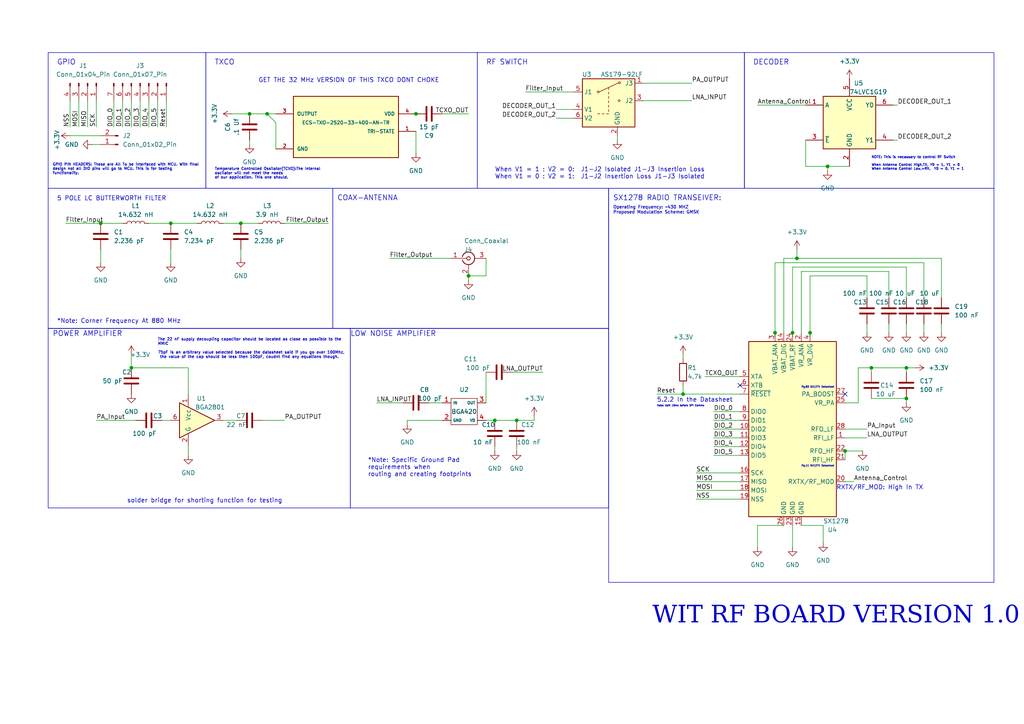
<source format=kicad_sch>
(kicad_sch (version 20230121) (generator eeschema)
  (paper "A4")
  (lib_symbols
    (symbol "74xGxx:74LVC1G19"
      (property "Reference" "U5" (at 1.27 11.43 0))
      (property "Value" "74LVC1G19" (at 0 8.89 0))
      (symbol "74LVC1G19_0_1"
        (rectangle (start -7.62 7.62) (end 7.62 -7.62) (stroke (width 0.254)) (fill (type background)))
      )
      (symbol "74LVC1G19_1_1"
        (pin input line (at -12.7 5.08 0) (length 5.08) (name "A") (number "1"))
        (pin input line (at 0 -12.7 90) (length 5.08) (name "GND") (number "2"))
        (pin input line (at -12.7 -5.08 0) (length 5.08) (name "~{E}") (number "3"))
        (pin output line (at 12.7 -5.08 180) (length 5.08) (name "Y1") (number "4"))
        (pin power_in line (at 0 12.7 270) (length 5.08) (name "VCC") (number "5"))
        (pin output line (at 12.7 5.08 180) (length 5.08) (name "Y0") (number "6"))
      )
    )
    (symbol "Connector:Conn_01x02_Pin" (pin_names (offset 1.016) hide)
      (property "Reference" "J" (at 0 2.54 0))
      (property "Value" "Conn_01x02_Pin" (at 0 -5.08 0))
      (symbol "Conn_01x02_Pin_1_1"
        (polyline (pts (xy 1.27 -2.54) (xy 0.8636 -2.54)) (stroke (width 0.1524)))
        (polyline (pts (xy 1.27 0) (xy 0.8636 0)) (stroke (width 0.1524)))
        (rectangle (start 0.8636 -2.413) (end 0 -2.667) (stroke (width 0.1524)) (fill (type outline)))
        (rectangle (start 0.8636 0.127) (end 0 -0.127) (stroke (width 0.1524)) (fill (type outline)))
        (pin passive line (at 5.08 0 180) (length 3.81) (name "Pin_1") (number "1"))
        (pin passive line (at 5.08 -2.54 180) (length 3.81) (name "Pin_2") (number "2"))
      )
    )
    (symbol "Connector:Conn_01x04_Pin" (pin_names (offset 1.016) hide)
      (property "Reference" "J" (at 0 5.08 0))
      (property "Value" "Conn_01x04_Pin" (at 0 -7.62 0))
      (symbol "Conn_01x04_Pin_1_1"
        (polyline (pts (xy 1.27 -5.08) (xy 0.8636 -5.08)) (stroke (width 0.1524)))
        (polyline (pts (xy 1.27 -2.54) (xy 0.8636 -2.54)) (stroke (width 0.1524)))
        (polyline (pts (xy 1.27 0) (xy 0.8636 0)) (stroke (width 0.1524)))
        (polyline (pts (xy 1.27 2.54) (xy 0.8636 2.54)) (stroke (width 0.1524)))
        (rectangle (start 0.8636 -4.953) (end 0 -5.207) (stroke (width 0.1524)) (fill (type outline)))
        (rectangle (start 0.8636 -2.413) (end 0 -2.667) (stroke (width 0.1524)) (fill (type outline)))
        (rectangle (start 0.8636 0.127) (end 0 -0.127) (stroke (width 0.1524)) (fill (type outline)))
        (rectangle (start 0.8636 2.667) (end 0 2.413) (stroke (width 0.1524)) (fill (type outline)))
        (pin passive line (at 5.08 2.54 180) (length 3.81) (name "Pin_1") (number "1"))
        (pin passive line (at 5.08 0 180) (length 3.81) (name "Pin_2") (number "2"))
        (pin passive line (at 5.08 -2.54 180) (length 3.81) (name "Pin_3") (number "3"))
        (pin passive line (at 5.08 -5.08 180) (length 3.81) (name "Pin_4") (number "4"))
      )
    )
    (symbol "Connector:Conn_01x07_Pin" (pin_names (offset 1.016) hide)
      (property "Reference" "J" (at 0 10.16 0))
      (property "Value" "Conn_01x07_Pin" (at 0 -10.16 0))
      (symbol "Conn_01x07_Pin_1_1"
        (polyline (pts (xy 1.27 -7.62) (xy 0.8636 -7.62)) (stroke (width 0.1524)))
        (polyline (pts (xy 1.27 -5.08) (xy 0.8636 -5.08)) (stroke (width 0.1524)))
        (polyline (pts (xy 1.27 -2.54) (xy 0.8636 -2.54)) (stroke (width 0.1524)))
        (polyline (pts (xy 1.27 0) (xy 0.8636 0)) (stroke (width 0.1524)))
        (polyline (pts (xy 1.27 2.54) (xy 0.8636 2.54)) (stroke (width 0.1524)))
        (polyline (pts (xy 1.27 5.08) (xy 0.8636 5.08)) (stroke (width 0.1524)))
        (polyline (pts (xy 1.27 7.62) (xy 0.8636 7.62)) (stroke (width 0.1524)))
        (rectangle (start 0.8636 -7.493) (end 0 -7.747) (stroke (width 0.1524)) (fill (type outline)))
        (rectangle (start 0.8636 -4.953) (end 0 -5.207) (stroke (width 0.1524)) (fill (type outline)))
        (rectangle (start 0.8636 -2.413) (end 0 -2.667) (stroke (width 0.1524)) (fill (type outline)))
        (rectangle (start 0.8636 0.127) (end 0 -0.127) (stroke (width 0.1524)) (fill (type outline)))
        (rectangle (start 0.8636 2.667) (end 0 2.413) (stroke (width 0.1524)) (fill (type outline)))
        (rectangle (start 0.8636 5.207) (end 0 4.953) (stroke (width 0.1524)) (fill (type outline)))
        (rectangle (start 0.8636 7.747) (end 0 7.493) (stroke (width 0.1524)) (fill (type outline)))
        (pin passive line (at 5.08 7.62 180) (length 3.81) (name "Pin_1") (number "1"))
        (pin passive line (at 5.08 5.08 180) (length 3.81) (name "Pin_2") (number "2"))
        (pin passive line (at 5.08 2.54 180) (length 3.81) (name "Pin_3") (number "3"))
        (pin passive line (at 5.08 0 180) (length 3.81) (name "Pin_4") (number "4"))
        (pin passive line (at 5.08 -2.54 180) (length 3.81) (name "Pin_5") (number "5"))
        (pin passive line (at 5.08 -5.08 180) (length 3.81) (name "Pin_6") (number "6"))
        (pin passive line (at 5.08 -7.62 180) (length 3.81) (name "Pin_7") (number "7"))
      )
    )
    (symbol "Connector:Conn_Coaxial" (pin_names (offset 1.016) hide)
      (property "Reference" "J5" (at 1.27 -2.54 0))
      (property "Value" "Conn_Coaxial" (at 1.27 -3.81 0))
      (symbol "Conn_Coaxial_0_1"
        (arc (start -1.778 -0.508) (mid 0.2311 -1.8066) (end 1.778 0) (stroke (width 0.254)))
        (polyline (pts (xy -2.54 0) (xy -0.508 0)))
        (polyline (pts (xy 0 -2.54) (xy 0 -1.778)))
        (polyline (pts (xy 2.54 0) (xy 1.778 0)))
        (circle (center 0 0) (radius 0.508) (stroke (width 0.2032)))
        (arc (start 1.778 0) (mid 0.2099 1.8101) (end -1.778 0.508) (stroke (width 0.254)))
      )
      (symbol "Conn_Coaxial_1_1"
        (pin passive line (at -5.08 0 0) (length 2.54) (name "In") (number "1"))
        (pin passive line (at 0 -5.08 90) (length 2.54) (name "Ext") (number "2"))
        (pin passive line (at 5.08 0 180) (length 2.54) (name "Ext") (number "3"))
      )
    )
    (symbol "Device:C" (pin_numbers hide) (pin_names (offset 0.254))
      (property "Reference" "C" (at 0.635 2.54 0))
      (property "Value" "C" (at 0.635 -2.54 0))
      (symbol "C_0_1"
        (polyline (pts (xy -2.032 -0.762) (xy 2.032 -0.762)) (stroke (width 0.508)))
        (polyline (pts (xy -2.032 0.762) (xy 2.032 0.762)) (stroke (width 0.508)))
      )
      (symbol "C_1_1"
        (pin passive line (at 0 3.81 270) (length 2.794) (name "~") (number "1"))
        (pin passive line (at 0 -3.81 90) (length 2.794) (name "~") (number "2"))
      )
    )
    (symbol "Device:L" (pin_numbers hide) (pin_names (offset 1.016) hide)
      (property "Reference" "L" (at -1.27 0 90))
      (property "Value" "L" (at 1.905 0 90))
      (symbol "L_0_1"
        (arc (start 0 -2.54) (mid 0.6323 -1.905) (end 0 -1.27))
        (arc (start 0 -1.27) (mid 0.6323 -0.635) (end 0 0))
        (arc (start 0 0) (mid 0.6323 0.635) (end 0 1.27))
        (arc (start 0 1.27) (mid 0.6323 1.905) (end 0 2.54))
      )
      (symbol "L_1_1"
        (pin passive line (at 0 3.81 270) (length 1.27) (name "1") (number "1"))
        (pin passive line (at 0 -3.81 90) (length 1.27) (name "2") (number "2"))
      )
    )
    (symbol "Device:R" (pin_numbers hide) (pin_names (offset 0))
      (property "Reference" "R" (at 2.032 0 90))
      (property "Value" "R" (at 0 0 90))
      (symbol "R_0_1"
        (rectangle (start -1.016 -2.54) (end 1.016 2.54) (stroke (width 0.254)))
      )
      (symbol "R_1_1"
        (pin passive line (at 0 3.81 270) (length 1.27) (name "~") (number "1"))
        (pin passive line (at 0 -3.81 90) (length 1.27) (name "~") (number "2"))
      )
    )
    (symbol "GND_1" (power) (pin_names (offset 0))
      (property "Value" "GND_1" (at 0 -5.08 0))
      (symbol "GND_1_0_1"
        (polyline (pts (xy 0 0) (xy 0 -1.27) (xy 1.27 -1.27) (xy 0 -2.54) (xy -1.27 -1.27) (xy 0 -1.27)))
      )
      (symbol "GND_1_1_1"
        (pin power_in line (at 0 0 270) (length 0) hide (name "GND") (number "1"))
      )
    )
    (symbol "Pico_Comm_Board:BGA420H6"
      (property "Reference" "U2" (at 0 6.35 0))
      (property "Value" "~" (at 0 0 0))
      (symbol "BGA420H6_0_1"
        (rectangle (start -3.81 3.81) (end 3.81 -3.81))
      )
      (symbol "BGA420H6_1_1"
        (text "BGA420\n" (at 0 0 0) (effects (font (size 1.27 1.27))))
        (pin input line (at -6.35 2.54 0) (length 2.54) (name "IN") (number "1"))
        (pin input line (at -6.35 -2.54 0) (length 2.54) (name "GND") (number "2"))
        (pin output line (at 6.35 2.54 180) (length 2.54) (name "OUT") (number "3"))
        (pin input line (at 6.35 -2.54 180) (length 2.54) (name "VD") (number "4"))
      )
    )
    (symbol "RF:SX1278"
      (property "Reference" "U4" (at 10.16 -29.21 0))
      (property "Value" "SX1278" (at 8.89 -26.67 0))
      (symbol "SX1278_0_1"
        (rectangle (start -12.7 25.4) (end 12.7 -25.4) (stroke (width 0.254)) (fill (type background)))
      )
      (symbol "SX1278_1_1"
        (pin input line (at 15.24 -2.54 180) (length 2.54) (name "RFI_LF") (number "1"))
        (pin bidirectional line (at -15.24 0 0) (length 2.54) (name "DIO2") (number "10"))
        (pin bidirectional line (at -15.24 -2.54 0) (length 2.54) (name "DIO3") (number "11"))
        (pin bidirectional line (at -15.24 -5.08 0) (length 2.54) (name "DIO4") (number "12"))
        (pin bidirectional line (at -15.24 -7.62 0) (length 2.54) (name "DIO5") (number "13"))
        (pin input line (at -2.54 27.94 270) (length 2.54) (name "VBAT_DIG") (number "14"))
        (pin input line (at 2.54 -27.94 90) (length 2.54) (name "GND") (number "15"))
        (pin input line (at -15.24 -12.7 0) (length 2.54) (name "SCK") (number "16"))
        (pin output line (at -15.24 -15.24 0) (length 2.54) (name "MISO") (number "17"))
        (pin input line (at -15.24 -17.78 0) (length 2.54) (name "MOSI") (number "18"))
        (pin input line (at -15.24 -20.32 0) (length 2.54) (name "NSS") (number "19"))
        (pin input line (at 2.54 27.94 270) (length 2.54) (name "VR_ANA") (number "2"))
        (pin output line (at 15.24 -15.24 180) (length 2.54) (name "RXTX/RF_MOD") (number "20"))
        (pin passive line (at 2.54 -27.94 90) (length 2.54) hide (name "GND") (number "21"))
        (pin input line (at 15.24 -8.89 180) (length 2.54) (name "RFI_HF") (number "21"))
        (pin passive line (at 2.54 -27.94 90) (length 2.54) hide (name "GND") (number "22"))
        (pin input line (at 15.24 -6.35 180) (length 2.54) (name "RFO_HF") (number "22"))
        (pin input line (at 0 -27.94 90) (length 2.54) (name "GND") (number "23"))
        (pin passive line (at 2.54 -27.94 90) (length 2.54) hide (name "GND") (number "23"))
        (pin input line (at 0 27.94 270) (length 2.54) (name "VBAT_RF") (number "24"))
        (pin power_out line (at 15.24 7.62 180) (length 2.54) (name "VR_PA") (number "25"))
        (pin input line (at -2.54 -27.94 90) (length 2.54) (name "GND") (number "26"))
        (pin passive line (at 2.54 -27.94 90) (length 2.54) hide (name "GND") (number "26"))
        (pin power_out line (at 15.24 10.16 180) (length 2.54) (name "PA_BOOST") (number "27"))
        (pin output line (at 15.24 0 180) (length 2.54) (name "RFO_LF") (number "28"))
        (pin passive line (at 2.54 -27.94 90) (length 2.54) hide (name "GND") (number "29"))
        (pin input line (at -5.08 27.94 270) (length 2.54) (name "VBAT_ANA") (number "3"))
        (pin input line (at 5.08 27.94 270) (length 2.54) (name "VR_DIG") (number "4"))
        (pin bidirectional line (at -15.24 15.24 0) (length 2.54) (name "XTA") (number "5"))
        (pin bidirectional line (at -15.24 12.7 0) (length 2.54) (name "XTB") (number "6"))
        (pin input line (at -15.24 10.16 0) (length 2.54) (name "~{RESET}") (number "7"))
        (pin bidirectional line (at -15.24 5.08 0) (length 2.54) (name "DIO0") (number "8"))
        (pin bidirectional line (at -15.24 2.54 0) (length 2.54) (name "DIO1") (number "9"))
      )
    )
    (symbol "RF_Amplifier:BGA2801"
      (property "Reference" "U" (at 2.54 6.35 0))
      (property "Value" "BGA2801" (at 3.81 3.81 0))
      (symbol "BGA2801_0_1"
        (polyline (pts (xy 5.08 0) (xy -5.08 5.08) (xy -5.08 -5.08) (xy 5.08 0)) (stroke (width 0.254)) (fill (type background)))
      )
      (symbol "BGA2801_1_1"
        (pin power_in line (at -2.54 7.62 270) (length 3.81) (name "Vcc") (number "1"))
        (pin power_in line (at -2.54 -7.62 90) (length 3.81) (name "G") (number "2"))
        (pin output line (at 7.62 0 180) (length 2.54) (name "~") (number "3"))
        (pin passive line (at -2.54 -7.62 90) (length 3.81) hide (name "G") (number "4"))
        (pin passive line (at -2.54 -7.62 90) (length 3.81) hide (name "G") (number "5"))
        (pin input line (at -7.62 0 0) (length 2.54) (name "~") (number "6"))
      )
    )
    (symbol "RF_Switch:AS179-92LF"
      (property "Reference" "U3" (at 0 11.43 0))
      (property "Value" "AS179-92LF" (at 0 8.89 0))
      (symbol "AS179-92LF_1_1"
        (circle (center -3.048 2.54) (radius 0.2794))
        (polyline (pts (xy -3.175 -3.81) (xy -2.54 -3.81)))
        (polyline (pts (xy -2.794 2.54) (xy 2.921 5.207)))
        (polyline (pts (xy -1.905 -3.81) (xy -1.27 -3.81)))
        (polyline (pts (xy -0.635 -3.81) (xy 0 -3.81)))
        (polyline (pts (xy 0 -3.175) (xy 0 -2.54)))
        (polyline (pts (xy 0 -1.905) (xy 0 -1.27)))
        (polyline (pts (xy 0 -0.635) (xy 0 0)))
        (polyline (pts (xy 0 0.635) (xy 0 1.27)))
        (polyline (pts (xy 0 1.905) (xy 0 2.54)))
        (polyline (pts (xy 0 3.175) (xy 0 3.81)))
        (circle (center 3.048 0) (radius 0.2794))
        (circle (center 3.175 5.207) (radius 0.2794))
        (rectangle (start 7.62 -7.62) (end -7.62 6.35) (stroke (width 0.254)) (fill (type background)))
        (pin passive line (at 10.16 5.08 180) (length 2.54) (name "J3") (number "1"))
        (pin input line (at 2.54 -10.16 90) (length 2.54) (name "GND") (number "2"))
        (pin passive line (at 10.16 0 180) (length 2.54) (name "J2") (number "3"))
        (pin input line (at -10.16 -2.54 0) (length 2.54) (name "V1") (number "4"))
        (pin passive line (at -10.16 2.54 0) (length 2.54) (name "J1") (number "5"))
        (pin input line (at -10.16 -5.08 0) (length 2.54) (name "V2") (number "6"))
      )
    )
    (symbol "TXCO #2:ECS-TXO-2520-33-400-AN-TR" (pin_names (offset 1.016))
      (property "Reference" "Y" (at -15.7743 7.8872 0))
      (property "Value" "ECS-TXO-2520-33-400-AN-TR" (at -15.7951 -12.2286 0))
      (symbol "ECS-TXO-2520-33-400-AN-TR_0_0"
        (rectangle (start -15.24 -10.16) (end 15.24 7.62) (stroke (width 0.254)) (fill (type background)))
        (pin input line (at -20.32 -2.54 0) (length 5.08) (name "TRI-STATE") (number "1"))
        (pin power_in line (at 20.32 -7.62 180) (length 5.08) (name "GND") (number "2"))
        (pin output line (at 20.32 2.54 180) (length 5.08) (name "OUTPUT") (number "3"))
        (pin input line (at -20.32 2.54 0) (length 5.08) (name "VDD") (number "4"))
      )
    )
    (symbol "power:+3.3V" (power) (pin_names (offset 0))
      (property "Value" "+3.3V" (at 0 3.556 0))
      (symbol "+3.3V_0_1"
        (polyline (pts (xy -0.762 1.27) (xy 0 2.54)))
        (polyline (pts (xy 0 0) (xy 0 2.54)))
        (polyline (pts (xy 0 2.54) (xy 0.762 1.27)))
      )
      (symbol "+3.3V_1_1"
        (pin power_in line (at 0 0 90) (length 0) hide (name "+3.3V") (number "1"))
      )
    )
    (symbol "power:GND" (power) (pin_names (offset 0))
      (property "Value" "GND" (at 0 -3.81 0))
      (symbol "GND_0_1"
        (polyline (pts (xy 0 0) (xy 0 -1.27) (xy 1.27 -1.27) (xy 0 -2.54) (xy -1.27 -1.27) (xy 0 -1.27)))
      )
      (symbol "GND_1_1"
        (pin power_in line (at 0 0 270) (length 0) hide (name "GND") (number "1"))
      )
    )
  )
  (junction (at 120.65 33.02))
  (junction (at 149.86 121.92))
  (junction (at 69.85 64.77))
  (junction (at 231.14 74.93))
  (junction (at 135.89 80.01))
  (junction (at 72.39 33.02))
  (junction (at 49.53 64.77))
  (junction (at 245.11 130.81))
  (junction (at 252.73 106.68))
  (junction (at 143.51 121.92))
  (junction (at 240.03 48.26))
  (junction (at 224.79 96.52))
  (junction (at 198.12 114.3))
  (junction (at 234.95 96.52))
  (junction (at 262.89 115.57))
  (junction (at 229.87 96.52))
  (junction (at 77.47 33.02))
  (junction (at 38.1 106.68))
  (junction (at 262.89 106.68))
  (junction (at 29.21 64.77))
  (no_connect (at 214.63 111.76))
  (no_connect (at 245.11 114.3))
  (wire (pts (xy 245.11 130.81) (xy 250.19 130.81)))
  (wire (pts (xy 143.51 129.54) (xy 143.51 130.81)))
  (wire (pts (xy 233.68 48.26) (xy 240.03 48.26)))
  (wire (pts (xy 69.85 72.39) (xy 69.85 74.93)))
  (wire (pts (xy 80.01 35.56) (xy 80.01 43.18)))
  (wire (pts (xy 219.71 30.48) (xy 233.68 30.48)))
  (wire (pts (xy 33.02 29.21) (xy 33.02 36.83)))
  (wire (pts (xy 227.33 74.93) (xy 231.14 74.93)))
  (wire (pts (xy 245.11 127) (xy 251.46 127)))
  (wire (pts (xy 20.32 39.37) (xy 29.21 39.37)))
  (wire (pts (xy 118.11 121.92) (xy 118.11 123.19)))
  (wire (pts (xy 201.93 142.24) (xy 214.63 142.24)))
  (wire (pts (xy 259.08 30.48) (xy 260.35 30.48)))
  (wire (pts (xy 149.86 121.92) (xy 154.94 121.92)))
  (wire (pts (xy 204.47 109.22) (xy 214.63 109.22)))
  (wire (pts (xy 198.12 111.76) (xy 198.12 114.3)))
  (wire (pts (xy 224.79 96.52) (xy 224.79 97.79)))
  (wire (pts (xy 232.41 78.74) (xy 257.81 78.74)))
  (wire (pts (xy 251.46 80.01) (xy 251.46 86.36)))
  (wire (pts (xy 248.92 106.68) (xy 248.92 116.84)))
  (wire (pts (xy 229.87 152.4) (xy 229.87 158.75)))
  (wire (pts (xy 234.95 80.01) (xy 234.95 96.52)))
  (wire (pts (xy 229.87 96.52) (xy 229.87 97.79)))
  (wire (pts (xy 257.81 78.74) (xy 257.81 86.36)))
  (wire (pts (xy 161.29 34.29) (xy 166.37 34.29)))
  (wire (pts (xy 201.93 144.78) (xy 214.63 144.78)))
  (wire (pts (xy 248.92 106.68) (xy 252.73 106.68)))
  (wire (pts (xy 109.22 116.84) (xy 116.84 116.84)))
  (wire (pts (xy 232.41 78.74) (xy 232.41 96.52)))
  (wire (pts (xy 161.29 31.75) (xy 166.37 31.75)))
  (wire (pts (xy 238.76 152.4) (xy 238.76 157.48)))
  (wire (pts (xy 245.11 124.46) (xy 251.46 124.46)))
  (wire (pts (xy 77.47 33.02) (xy 80.01 33.02)))
  (wire (pts (xy 267.97 76.2) (xy 267.97 86.36)))
  (wire (pts (xy 25.4 29.21) (xy 25.4 36.83)))
  (wire (pts (xy 252.73 106.68) (xy 262.89 106.68)))
  (wire (pts (xy 259.08 40.64) (xy 260.35 40.64)))
  (wire (pts (xy 19.05 64.77) (xy 29.21 64.77)))
  (wire (pts (xy 140.97 74.93) (xy 140.97 80.01)))
  (wire (pts (xy 27.94 121.92) (xy 39.37 121.92)))
  (wire (pts (xy 82.55 64.77) (xy 95.25 64.77)))
  (wire (pts (xy 140.97 121.92) (xy 143.51 121.92)))
  (wire (pts (xy 67.31 33.02) (xy 72.39 33.02)))
  (wire (pts (xy 64.77 121.92) (xy 68.58 121.92)))
  (wire (pts (xy 257.81 93.98) (xy 257.81 96.52)))
  (wire (pts (xy 201.93 137.16) (xy 214.63 137.16)))
  (wire (pts (xy 262.89 77.47) (xy 262.89 86.36)))
  (wire (pts (xy 154.94 120.65) (xy 154.94 121.92)))
  (wire (pts (xy 262.89 106.68) (xy 262.89 107.95)))
  (wire (pts (xy 118.11 121.92) (xy 128.27 121.92)))
  (wire (pts (xy 120.65 33.02) (xy 121.92 33.02)))
  (wire (pts (xy 198.12 102.87) (xy 198.12 104.14)))
  (wire (pts (xy 273.05 74.93) (xy 231.14 74.93)))
  (wire (pts (xy 22.86 29.21) (xy 22.86 36.83)))
  (wire (pts (xy 245.11 116.84) (xy 248.92 116.84)))
  (wire (pts (xy 267.97 93.98) (xy 267.97 96.52)))
  (wire (pts (xy 69.85 64.77) (xy 74.93 64.77)))
  (wire (pts (xy 140.97 107.95) (xy 140.97 116.84)))
  (wire (pts (xy 46.99 121.92) (xy 49.53 121.92)))
  (wire (pts (xy 273.05 93.98) (xy 273.05 96.52)))
  (wire (pts (xy 224.79 76.2) (xy 224.79 96.52)))
  (wire (pts (xy 251.46 93.98) (xy 251.46 96.52)))
  (wire (pts (xy 240.03 49.53) (xy 240.03 48.26)))
  (wire (pts (xy 214.63 121.92) (xy 207.01 121.92)))
  (wire (pts (xy 48.26 29.21) (xy 48.26 36.83)))
  (wire (pts (xy 233.68 40.64) (xy 233.68 48.26)))
  (wire (pts (xy 201.93 139.7) (xy 214.63 139.7)))
  (wire (pts (xy 40.64 29.21) (xy 40.64 36.83)))
  (wire (pts (xy 64.77 64.77) (xy 69.85 64.77)))
  (wire (pts (xy 219.71 152.4) (xy 227.33 152.4)))
  (wire (pts (xy 273.05 74.93) (xy 273.05 86.36)))
  (wire (pts (xy 135.89 80.01) (xy 140.97 80.01)))
  (wire (pts (xy 186.69 29.21) (xy 200.66 29.21)))
  (wire (pts (xy 45.72 29.21) (xy 45.72 36.83)))
  (wire (pts (xy 26.67 41.91) (xy 29.21 41.91)))
  (wire (pts (xy 198.12 114.3) (xy 214.63 114.3)))
  (wire (pts (xy 234.95 80.01) (xy 251.46 80.01)))
  (wire (pts (xy 80.01 35.56) (xy 77.47 33.02)))
  (wire (pts (xy 262.89 115.57) (xy 262.89 116.84)))
  (wire (pts (xy 120.65 38.1) (xy 120.65 44.45)))
  (wire (pts (xy 214.63 127) (xy 207.01 127)))
  (wire (pts (xy 262.89 93.98) (xy 262.89 96.52)))
  (wire (pts (xy 227.33 74.93) (xy 227.33 96.52)))
  (wire (pts (xy 148.59 107.95) (xy 157.48 107.95)))
  (wire (pts (xy 224.79 76.2) (xy 267.97 76.2)))
  (wire (pts (xy 214.63 124.46) (xy 207.01 124.46)))
  (wire (pts (xy 219.71 152.4) (xy 219.71 158.75)))
  (wire (pts (xy 54.61 106.68) (xy 54.61 114.3)))
  (wire (pts (xy 179.07 39.37) (xy 179.07 40.64)))
  (wire (pts (xy 43.18 64.77) (xy 49.53 64.77)))
  (wire (pts (xy 20.32 29.21) (xy 20.32 36.83)))
  (wire (pts (xy 35.56 29.21) (xy 35.56 36.83)))
  (wire (pts (xy 240.03 48.26) (xy 246.38 48.26)))
  (wire (pts (xy 149.86 129.54) (xy 149.86 130.81)))
  (wire (pts (xy 238.76 152.4) (xy 232.41 152.4)))
  (wire (pts (xy 252.73 115.57) (xy 262.89 115.57)))
  (wire (pts (xy 49.53 72.39) (xy 49.53 76.2)))
  (wire (pts (xy 38.1 29.21) (xy 38.1 36.83)))
  (wire (pts (xy 143.51 121.92) (xy 149.86 121.92)))
  (wire (pts (xy 128.27 33.02) (xy 135.89 33.02)))
  (wire (pts (xy 229.87 77.47) (xy 229.87 96.52)))
  (wire (pts (xy 190.5 114.3) (xy 198.12 114.3)))
  (wire (pts (xy 54.61 129.54) (xy 54.61 132.08)))
  (wire (pts (xy 229.87 77.47) (xy 262.89 77.47)))
  (wire (pts (xy 262.89 106.68) (xy 265.43 106.68)))
  (wire (pts (xy 152.4 26.67) (xy 166.37 26.67)))
  (wire (pts (xy 231.14 72.39) (xy 231.14 74.93)))
  (wire (pts (xy 27.94 29.21) (xy 27.94 36.83)))
  (wire (pts (xy 186.69 24.13) (xy 200.66 24.13)))
  (wire (pts (xy 252.73 107.95) (xy 252.73 106.68)))
  (wire (pts (xy 76.2 121.92) (xy 82.55 121.92)))
  (wire (pts (xy 72.39 33.02) (xy 77.47 33.02)))
  (wire (pts (xy 38.1 102.87) (xy 38.1 106.68)))
  (wire (pts (xy 245.11 139.7) (xy 247.65 139.7)))
  (wire (pts (xy 234.95 96.52) (xy 234.95 97.79)))
  (wire (pts (xy 29.21 72.39) (xy 29.21 76.2)))
  (wire (pts (xy 72.39 41.91) (xy 72.39 40.64)))
  (wire (pts (xy 43.18 29.21) (xy 43.18 36.83)))
  (wire (pts (xy 38.1 106.68) (xy 54.61 106.68)))
  (wire (pts (xy 135.89 80.01) (xy 135.89 81.28)))
  (wire (pts (xy 245.11 130.81) (xy 245.11 133.35)))
  (wire (pts (xy 29.21 64.77) (xy 35.56 64.77)))
  (wire (pts (xy 214.63 129.54) (xy 207.01 129.54)))
  (wire (pts (xy 214.63 132.08) (xy 207.01 132.08)))
  (wire (pts (xy 214.63 119.38) (xy 207.01 119.38)))
  (wire (pts (xy 113.03 74.93) (xy 130.81 74.93)))
  (wire (pts (xy 49.53 64.77) (xy 57.15 64.77)))
  (wire (pts (xy 124.46 116.84) (xy 128.27 116.84)))
  (rectangle (start 13.97 95.25) (end 101.6 147.32))
  (rectangle (start 13.97 15.24) (end 59.69 54.61))
  (rectangle (start 59.69 15.24) (end 138.43 54.61))
  (rectangle (start 13.97 54.61) (end 96.52 95.25))
  (rectangle (start 96.52 54.61) (end 176.53 95.25))
  (rectangle (start 176.53 54.61) (end 288.29 168.91))
  (rectangle (start 138.43 15.24) (end 215.9 54.61))
  (rectangle (start 101.6 95.25) (end 176.53 147.32))
  (rectangle (start 215.9 15.24) (end 288.29 54.61))
  (text "5.2.2 In the Datasheet\n" (at 190.5 116.84 0) (effects (font (size 1.27 1.27)) (justify left bottom)))
  (text "When V1 = 1 : V2 = 0:  J1-J2 Isolated J1-J3 Insertion Loss\nWhen V1 = 0 : V2 = 1:  J1-J2 Insertion Loss J1-J3 Isolated\n" (at 143.51 52.07 0) (effects (font (size 1.27 1.27)) (justify left bottom)))
  (text "GPIO\n" (at 16.51 19.05 0) (effects (font (size 1.5 1.5)) (justify left bottom)))
  (text "RXTX/RF_MOD: High In TX\n" (at 242.57 142.24 0) (effects (font (size 1.27 1.27)) (justify left bottom)))
  (text "Note: Wait 10ms before SPI Comms\n" (at 190.5 118.11 0) (effects (font (size 0.5 0.5)) (justify left bottom)))
  (text "GPIO PIN HEADERS: These are All To be interfaced with MCU. With final\ndesign not all DIO pins will go to MCU. This is for testing \nfunctionality.\n" (at 15.24 50.8 0) (effects (font (size 0.77 0.77)) (justify left bottom)))
  (text "*Note: Corner Frequency At 880 MHz\n" (at 16.51 93.98 0) (effects (font (size 1.27 1.27)) (justify left bottom)))
  (text "RF SWITCH" (at 140.97 19.05 0) (effects (font (size 1.5 1.5)) (justify left bottom)))
  (text "COAX-ANTENNA\n" (at 97.79 58.42 0) (effects (font (size 1.5 1.5)) (justify left bottom)))
  (text "LOW NOISE AMPLIFIER\n" (at 101.6 97.79 0) (effects (font (size 1.5 1.5)) (justify left bottom)))
  (text "POWER AMPLIFIER" (at 15.24 97.79 0) (effects (font (size 1.5 1.5)) (justify left bottom)))
  (text "GET THE 32 MHz VERSION OF THIS TXCO DONT CHOKE\n" (at 74.93 24.13 0) (effects (font (size 1.27 1.27)) (justify left bottom)))
  (text "*Note: Specific Ground Pad \nrequirements when \nrouting and creating footprints" (at 106.68 138.43 0) (effects (font (size 1.27 1.27)) (justify left bottom)))
  (text "Operating Frequency: ~430 MHZ\nProposed Modulation Scheme: GMSK\n" (at 177.8 62.23 0) (effects (font (size 0.9 0.9)) (justify left bottom)))
  (text "Pg.11 SX127X Datasheet\n\n\n" (at 232.41 137.16 0) (effects (font (size 0.5 0.5)) (justify left bottom)))
  (text "solder bridge for shorting function for testing \n" (at 36.83 146.05 0) (effects (font (size 1.27 1.27)) (justify left bottom)))
  (text "75pF is an arbitrary value selected because the datasheet said if you go over 100Mhz,\n the value of the cap should be less then 100pF, coudnt find any equations though." (at 45.72 104.14 0) (effects (font (size 0.8 0.8)) (justify left bottom)))
  (text "Pg.83 SX127X Datasheet\n\n\n" (at 232.41 114.3 0) (effects (font (size 0.5 0.5)) (justify left bottom)))
  (text "Temperature Controlled Ossilator(TCXO):The Internal \noscilator will not meet the needs \nof our application. This one should." (at 62.23 52.07 0) (effects (font (size 0.77 0.77)) (justify left bottom)))
  (text "SX1278 RADIO TRANSEIVER:\n" (at 177.8 58.42 0) (effects (font (size 1.5 1.5)) (justify left bottom)))
  (text "WIT RF BOARD VERSION 1.0\n" (at 189.23 182.88 0) (effects (font (size 5 5)) (justify left bottom)))
  (text "NOTE: This is necassary to control RF Switch\n\nWhen Antenna Control High,TX, Y0 = 1, Y1 = 0\nWhen Antenna Control Low,=RX,  Y0 = 0, Y1 = 1" (at 252.73 49.53 0) (effects (font (size 0.7 0.7)) (justify left bottom)))
  (text "TXCO\n" (at 62.23 19.05 0) (effects (font (size 1.5 1.5)) (justify left bottom)))
  (text "DECODER\n" (at 218.44 19.05 0) (effects (font (size 1.5 1.5)) (justify left bottom)))
  (text "5 POLE LC BUTTERWORTH FILTER" (at 16.51 58.42 0) (effects (font (size 1.27 1.27)) (justify left bottom)))
  (text "The 22 nF supply decoupling capacitor should be located as close as possible to the\nMMIC" (at 45.72 100.33 0) (effects (font (size 0.8 0.8)) (justify left bottom)))
  (label "DIO_0" (at 207.01 119.38 0))
  (label "MOSI" (at 22.86 36.83 90))
  (label "Reset" (at 48.26 36.83 90))
  (label "DIO_5" (at 207.01 132.08 0))
  (label "Reset" (at 190.5 114.3 0))
  (label "DIO_0" (at 33.02 36.83 90))
  (label "MISO" (at 25.4 36.83 90))
  (label "LNA_OUTPUT" (at 251.46 127 0))
  (label "DIO_3" (at 207.01 127 0))
  (label "NSS" (at 20.32 36.83 90))
  (label "DIO_3" (at 40.64 36.83 90))
  (label "DECODER_OUT_1" (at 260.35 30.48 0))
  (label "Antenna_Control" (at 219.71 30.48 0))
  (label "MISO" (at 201.93 139.7 0))
  (label "PA_OUTPUT" (at 82.55 121.92 0))
  (label "TCXO_OUT" (at 135.89 33.02 180))
  (label "DIO_1" (at 207.01 121.92 0))
  (label "MOSI" (at 201.93 142.24 0))
  (label "DIO_5" (at 45.72 36.83 90))
  (label "DECODER_OUT_1" (at 161.29 31.75 180))
  (label "Antenna_Control" (at 247.65 139.7 0))
  (label "DIO_4" (at 207.01 129.54 0))
  (label "PA_Input" (at 251.46 124.46 0))
  (label "PA_OUTPUT" (at 200.66 24.13 0))
  (label "DECODER_OUT_2" (at 260.35 40.64 0))
  (label "NSS" (at 201.93 144.78 0))
  (label "Filter_Input" (at 19.05 64.77 0))
  (label "LNA_INPUT" (at 200.66 29.21 0))
  (label "DIO_4" (at 43.18 36.83 90))
  (label "Filter_Output" (at 95.25 64.77 180))
  (label "LNA_INPUT" (at 109.22 116.84 0))
  (label "DIO_2" (at 38.1 36.83 90))
  (label "SCK" (at 27.94 36.83 90))
  (label "DIO_1" (at 35.56 36.83 90))
  (label "Filter_Input" (at 152.4 26.67 0))
  (label "SCK" (at 201.93 137.16 0))
  (label "DIO_2" (at 207.01 124.46 0))
  (label "TCXO_OUT" (at 204.47 109.22 0))
  (label "PA_Input" (at 27.94 121.92 0))
  (label "DECODER_OUT_2" (at 161.29 34.29 180))
  (label "LNA_OUTPUT" (at 157.48 107.95 180))
  (label "Filter_Output" (at 113.03 74.93 0))
  (symbol (lib_id "power:GND") (at 250.19 130.81 0) (unit 1)
    (property "Reference" "#PWR023" (effects hide))
    (property "Value" "GND" (at 250.19 135.89 0))
  )
  (symbol (lib_id "Device:C") (at 29.21 68.58 0) (unit 1)
    (property "Reference" "C1" (at 33.02 67.31 0) (effects (justify left)))
    (property "Value" "2.236 pF" (at 33.02 69.85 0) (effects (justify left)))
    (property "Footprint" "Connector_PinHeader_1.27mm:PinHeader_1x02_P1.27mm_Vertical" (effects hide))
  )
  (symbol (lib_id "power:GND") (at 120.65 44.45 0) (unit 1)
    (property "Reference" "#PWR012" (effects hide))
    (property "Value" "GND" (at 120.65 49.53 0))
  )
  (symbol (lib_id "power:+3.3V") (at 265.43 106.68 270) (unit 1)
    (property "Reference" "#PWR028" (effects hide))
    (property "Value" "+3.3V" (at 269.24 106.68 90) (effects (justify left)))
  )
  (symbol (lib_id "TXCO #2:ECS-TXO-2520-33-400-AN-TR") (at 100.33 35.56 0) (mirror y) (unit 1)
    (property "Reference" "Y1" (effects hide))
    (property "Value" "ECS-TXO-2520-33-400-AN-TR" (at 100.33 35.56 0) (effects (font (size 1 1))))
    (property "Footprint" "TXCO:OSC_ECS-TXO-2520-33-400-AN-TR" (effects hide))
    (property "Datasheet" "https://www.mouser.com/datasheet/2/122/ECS_TXO_2520-1064138.pdf" (effects hide))
    (property "PARTREV" "2017" (effects hide))
    (property "MANUFACTURER" "ECS INC" (effects hide))
    (property "STANDARD" "Manufcaturer Recommendations" (effects hide))
  )
  (symbol (lib_id "power:GND") (at 72.39 41.91 0) (unit 1)
    (property "Reference" "#PWR010" (effects hide))
    (property "Value" "GND" (at 72.39 46.99 0))
  )
  (symbol (lib_id "Device:C") (at 43.18 121.92 90) (unit 1)
    (property "Reference" "C3" (at 45.72 120.65 90))
    (property "Value" "100 pF" (at 41.91 125.73 90))
    (property "Footprint" "0603 Footprint:RESC1608X55N" (effects hide))
  )
  (symbol (lib_id "power:GND") (at 38.1 114.3 0) (unit 1)
    (property "Reference" "#PWR05" (effects hide))
    (property "Value" "GND" (at 38.1 119.38 0))
  )
  (symbol (lib_id "power:GND") (at 149.86 130.81 0) (unit 1)
    (property "Reference" "#PWR015" (effects hide))
    (property "Value" "GND" (at 149.86 135.89 0))
  )
  (symbol (lib_id "power:+3.3V") (at 231.14 72.39 0) (unit 1)
    (property "Reference" "#PWR020" (effects hide))
    (property "Value" "+3.3V" (at 231.14 67.31 0))
  )
  (symbol (lib_id "Device:C") (at 252.73 111.76 0) (unit 1)
    (property "Reference" "C14" (at 255.27 111.76 0) (effects (justify left)))
    (property "Value" "10 uF" (at 254 114.3 0) (effects (justify left)))
    (property "Footprint" "0603 Footprint:RESC1608X55N" (effects hide))
  )
  (symbol (lib_id "power:GND") (at 69.85 74.93 0) (unit 1)
    (property "Reference" "#PWR09" (effects hide))
    (property "Value" "GND" (at 69.85 80.01 0))
  )
  (symbol (lib_id "power:GND") (at 257.81 96.52 0) (unit 1)
    (property "Reference" "#PWR025" (effects hide))
    (property "Value" "GND" (at 257.81 101.6 0))
  )
  (symbol (lib_id "Connector:Conn_01x02_Pin") (at 34.29 41.91 180) (unit 1)
    (property "Reference" "J2" (at 35.56 39.37 0) (effects (justify right)))
    (property "Value" "Conn_01x02_Pin" (at 35.56 41.91 0) (effects (justify right)))
    (property "Footprint" "Connector_PinHeader_1.27mm:PinHeader_1x02_P1.27mm_Vertical" (effects hide))
  )
  (symbol (lib_id "Device:L") (at 39.37 64.77 90) (unit 1)
    (property "Reference" "L1" (at 39.37 59.69 90))
    (property "Value" "14.632 nH" (at 39.37 62.23 90))
    (property "Footprint" "Inductor_SMD:L_0603_1608Metric" (effects hide))
  )
  (symbol (lib_id "Device:C") (at 72.39 36.83 0) (unit 1)
    (property "Reference" "C6" (at 66.04 36.83 90))
    (property "Value" ".1 Uf" (at 68.58 36.83 90))
    (property "Footprint" "0603 Footprint:RESC1608X55N" (effects hide))
  )
  (symbol (lib_id "RF_Amplifier:BGA2801") (at 57.15 121.92 0) (unit 1)
    (property "Reference" "U1" (at 58.42 115.57 0))
    (property "Value" "BGA2801" (at 60.96 118.11 0))
    (property "Footprint" "Package_TO_SOT_SMD:SOT-363_SC-70-6" (effects hide))
    (property "Datasheet" "https://www.nxp.com/docs/en/data-sheet/BGA2801.pdf" (effects hide))
  )
  (symbol (lib_id "Device:C") (at 273.05 90.17 0) (unit 1)
    (property "Reference" "C19" (at 276.86 88.9 0) (effects (justify left)))
    (property "Value" "100 nF" (at 276.86 91.44 0) (effects (justify left)))
    (property "Footprint" "0603 Footprint:RESC1608X55N" (effects hide))
  )
  (symbol (lib_id "Device:C") (at 251.46 90.17 0) (mirror y) (unit 1)
    (property "Reference" "C13" (at 251.46 87.63 0) (effects (justify left)))
    (property "Value" "100 nF" (at 251.46 85.09 0) (effects (justify left)))
    (property "Footprint" "0603 Footprint:RESC1608X55N" (effects hide))
  )
  (symbol (lib_id "power:+3.3V") (at 154.94 120.65 0) (unit 1)
    (property "Reference" "#PWR016" (effects hide))
    (property "Value" "+3.3V" (at 154.94 115.57 0))
  )
  (symbol (lib_id "power:GND") (at 262.89 116.84 0) (unit 1)
    (property "Reference" "#PWR027" (effects hide))
    (property "Value" "GND" (at 262.89 121.92 0))
  )
  (symbol (lib_id "power:GND") (at 273.05 96.52 0) (unit 1)
    (property "Reference" "#PWR030" (effects hide))
    (property "Value" "GND" (at 273.05 101.6 0))
  )
  (symbol (lib_id "power:GND") (at 49.53 76.2 0) (unit 1)
    (property "Reference" "#PWR06" (effects hide))
    (property "Value" "GND" (at 49.53 81.28 0))
  )
  (symbol (lib_id "RF:SX1278") (at 229.87 124.46 0) (unit 1)
    (property "Reference" "U4" (at 240.03 153.67 0) (effects (justify left)))
    (property "Value" "SX1278" (at 238.76 151.13 0) (effects (justify left)))
    (property "Footprint" "Package_DFN_QFN:QFN-28-1EP_6x6mm_P0.65mm_EP4.8x4.8mm" (effects hide))
    (property "Datasheet" "https://semtech.my.salesforce.com/sfc/p/#E0000000JelG/a/2R0000001Rbr/6EfVZUorrpoKFfvaF_Fkpgp5kzjiNyiAbqcpqh9qSjE" (effects hide))
  )
  (symbol (lib_id "power:+3.3V") (at 20.32 39.37 90) (unit 1)
    (property "Reference" "#PWR01" (effects hide))
    (property "Value" "+3.3V" (at 16.51 40.64 0))
  )
  (symbol (lib_id "power:GND") (at 179.07 40.64 0) (unit 1)
    (property "Reference" "#PWR017" (effects hide))
    (property "Value" "GND" (at 179.07 45.72 0))
  )
  (symbol (lib_id "power:GND") (at 118.11 123.19 0) (unit 1)
    (property "Reference" "#PWR011" (effects hide))
    (property "Value" "GND" (at 118.11 128.27 0))
  )
  (symbol (lib_id "power:GND") (at 143.51 130.81 0) (unit 1)
    (property "Reference" "#PWR014" (effects hide))
    (property "Value" "GND" (at 143.51 135.89 0))
  )
  (symbol (lib_id "power:GND") (at 267.97 96.52 0) (unit 1)
    (property "Reference" "#PWR029" (effects hide))
    (property "Value" "GND" (at 267.97 101.6 0))
  )
  (symbol (lib_id "power:GND") (at 29.21 76.2 0) (unit 1)
    (property "Reference" "#PWR03" (effects hide))
    (property "Value" "GND" (at 29.21 81.28 0))
  )
  (symbol (lib_id "Device:C") (at 144.78 107.95 90) (unit 1)
    (property "Reference" "C11" (at 138.43 104.14 90) (effects (justify left)))
    (property "Value" "100 pF" (at 142.24 106.68 90) (effects (justify left)))
    (property "Footprint" "0603 Footprint:RESC1608X55N" (effects hide))
  )
  (symbol (lib_id "power:GND") (at 229.87 158.75 0) (unit 1)
    (property "Reference" "#PWR019" (effects hide))
    (property "Value" "GND" (at 229.87 163.83 0))
  )
  (symbol (lib_id "Device:C") (at 49.53 68.58 0) (unit 1)
    (property "Reference" "C4" (at 53.34 67.31 0) (effects (justify left)))
    (property "Value" "7.234 pF" (at 53.34 69.85 0) (effects (justify left)))
    (property "Footprint" "0603 Footprint:RESC1608X55N" (effects hide))
  )
  (symbol (lib_id "Device:C") (at 262.89 111.76 0) (unit 1)
    (property "Reference" "C17" (at 266.7 110.49 0) (effects (justify left)))
    (property "Value" "100 nF" (at 266.7 113.03 0) (effects (justify left)))
    (property "Footprint" "0603 Footprint:RESC1608X55N" (effects hide))
  )
  (symbol (lib_id "Device:R") (at 198.12 107.95 0) (unit 1)
    (property "Reference" "R1" (at 199.39 106.68 0) (effects (justify left)))
    (property "Value" "4.7k" (at 199.39 109.22 0) (effects (justify left)))
    (property "Footprint" "Resistor_SMD:R_0603_1608Metric" (effects hide))
  )
  (symbol (lib_id "Device:C") (at 38.1 110.49 0) (mirror x) (unit 1)
    (property "Reference" "C2" (at 38.1 107.95 0) (effects (justify right)))
    (property "Value" "50 pF" (at 35.56 110.49 0) (effects (justify right)))
    (property "Footprint" "0603 Footprint:RESC1608X55N" (effects hide))
  )
  (symbol (lib_id "Device:C") (at 267.97 90.17 0) (unit 1)
    (property "Reference" "C18" (at 265.43 87.63 0) (effects (justify left)))
    (property "Value" "10 uF" (at 266.7 85.09 0) (effects (justify left)))
    (property "Footprint" "0603 Footprint:RESC1608X55N" (effects hide))
  )
  (symbol (lib_id "Connector:Conn_01x07_Pin") (at 40.64 24.13 270) (unit 1)
    (property "Reference" "J3" (at 40.64 19.05 90))
    (property "Value" "Conn_01x07_Pin" (at 40.64 21.59 90))
    (property "Footprint" "Connector_PinHeader_1.27mm:PinHeader_1x07_P1.27mm_Vertical" (effects hide))
  )
  (symbol (lib_id "power:GND") (at 219.71 158.75 0) (unit 1)
    (property "Reference" "#PWR031" (effects hide))
    (property "Value" "GND" (at 219.71 163.83 0))
  )
  (symbol (lib_id "Device:C") (at 124.46 33.02 90) (unit 1)
    (property "Reference" "C9" (at 124.46 39.37 90))
    (property "Value" "15 pF" (at 124.46 36.83 90))
    (property "Footprint" "0603 Footprint:RESC1608X55N" (effects hide))
  )
  (symbol (lib_id "power:+3.3V") (at 246.38 22.86 0) (unit 1)
    (property "Reference" "#PWR022" (effects hide))
    (property "Value" "+3.3V" (at 246.38 17.78 0))
  )
  (symbol (lib_id "74xGxx:74LVC1G19") (at 246.38 35.56 0) (unit 1)
    (property "Reference" "U5" (at 247.65 24.13 0) (effects (justify left)))
    (property "Value" "74LVC1G19" (at 246.38 26.67 0) (effects (justify left)))
    (property "Footprint" "TI Decoder1:SOT65P210X110-6N" (effects hide))
    (property "Datasheet" "http://www.ti.com/lit/sg/scyt129e/scyt129e.pdf" (effects hide))
  )
  (symbol (lib_id "power:GND") (at 251.46 96.52 0) (unit 1)
    (property "Reference" "#PWR024" (effects hide))
    (property "Value" "GND" (at 251.46 101.6 0))
  )
  (symbol (lib_id "Device:C") (at 143.51 125.73 0) (unit 1)
    (property "Reference" "C10" (at 139.7 123.19 0) (effects (justify left)))
    (property "Value" "10 nF" (at 137.16 128.27 0) (effects (justify left)))
    (property "Footprint" "0603 Footprint:RESC1608X55N" (effects hide))
  )
  (symbol (lib_id "power:+3.3V") (at 198.12 102.87 0) (unit 1)
    (property "Reference" "#PWR018" (effects hide))
    (property "Value" "+3.3V" (at 198.12 97.79 0))
  )
  (symbol (lib_id "Device:C") (at 69.85 68.58 0) (unit 1)
    (property "Reference" "C5" (at 73.66 67.31 0) (effects (justify left)))
    (property "Value" "2.236 pF" (at 73.66 69.85 0) (effects (justify left)))
    (property "Footprint" "0603 Footprint:RESC1608X55N" (effects hide))
  )
  (symbol (lib_id "Device:C") (at 149.86 125.73 0) (unit 1)
    (property "Reference" "C12" (at 151.13 123.19 0) (effects (justify left)))
    (property "Value" "100 nF" (at 149.86 128.27 0) (effects (justify left)))
    (property "Footprint" "0603 Footprint:RESC1608X55N" (effects hide))
  )
  (symbol (lib_id "Connector:Conn_01x04_Pin") (at 25.4 24.13 270) (unit 1)
    (property "Reference" "J1" (at 24.13 19.05 90))
    (property "Value" "Conn_01x04_Pin" (at 24.13 21.59 90))
    (property "Footprint" "Connector_PinHeader_1.27mm:PinHeader_1x04_P1.27mm_Vertical" (effects hide))
  )
  (symbol (lib_id "Device:C") (at 120.65 116.84 90) (unit 1)
    (property "Reference" "C8" (at 124.46 113.03 90) (effects (justify left)))
    (property "Value" "100 pF" (at 128.27 115.57 90) (effects (justify left)))
    (property "Footprint" "0603 Footprint:RESC1608X55N" (effects hide))
  )
  (symbol (lib_id "power:GND") (at 135.89 81.28 0) (unit 1)
    (property "Reference" "#PWR013" (effects hide))
    (property "Value" "GND" (at 135.89 86.36 0))
  )
  (symbol (lib_id "Connector:Conn_Coaxial") (at 135.89 74.93 0) (unit 1)
    (property "Reference" "J4" (at 134.62 72.39 0) (effects (justify left)))
    (property "Value" "Conn_Coaxial" (at 134.62 69.85 0) (effects (justify left)))
    (property "Footprint" "Coax Connector - UFL:TE_1909763-1" (effects hide))
    (property "Datasheet" " ~" (effects hide))
  )
  (symbol (lib_id "power:+3.3V") (at 38.1 102.87 0) (unit 1)
    (property "Reference" "#PWR04" (effects hide))
    (property "Value" "+3.3V" (at 40.64 102.87 0))
  )
  (symbol (lib_id "Pico_Comm_Board:BGA420H6") (at 134.62 119.38 0) (unit 1)
    (property "Reference" "U2" (at 134.62 113.03 0))
    (property "Value" "BGA420" (at 134.62 119.38 0))
    (property "Footprint" "BGA420 LNA:INFINEON_BFP540" (effects hide))
    (property "Datasheet" "https://www.mouser.com/datasheet/2/196/Infineon_BGA420_DS_v01_01_en-3160351.pdf" (effects hide))
  )
  (symbol (lib_id "power:+3.3V") (at 67.31 33.02 90) (unit 1)
    (property "Reference" "#PWR08" (effects hide))
    (property "Value" "+3.3V" (at 62.23 33.02 0))
  )
  (symbol (lib_id "power:GND") (at 26.67 41.91 270) (unit 1)
    (property "Reference" "#PWR02" (effects hide))
    (property "Value" "GND" (at 22.86 41.91 90) (effects (justify right)))
  )
  (symbol (lib_id "power:GND") (at 262.89 96.52 0) (unit 1)
    (property "Reference" "#PWR026" (effects hide))
    (property "Value" "GND" (at 262.89 101.6 0))
  )
  (symbol (lib_id "Device:L") (at 78.74 64.77 90) (unit 1)
    (property "Reference" "L3" (at 77.47 59.69 90))
    (property "Value" "3.9 nH" (at 77.47 62.23 90))
    (property "Footprint" "Inductor_SMD:L_0603_1608Metric" (effects hide))
  )
  (symbol (lib_id "Device:C") (at 72.39 121.92 90) (unit 1)
    (property "Reference" "C7" (at 69.85 120.65 90))
    (property "Value" "22 nF" (at 68.58 123.19 90))
    (property "Footprint" "0603 Footprint:RESC1608X55N" (effects hide))
  )
  (symbol (lib_name "GND_1") (lib_id "power:GND") (at 240.03 49.53 0) (unit 1)
    (property "Reference" "#PWR021" (effects hide))
    (property "Value" "GND" (at 240.03 54.61 0))
  )
  (symbol (lib_id "Device:C") (at 257.81 90.17 0) (mirror y) (unit 1)
    (property "Reference" "C15" (at 257.81 87.63 0) (effects (justify left)))
    (property "Value" "100 nF" (at 259.08 85.09 0) (effects (justify left)))
    (property "Footprint" "0603 Footprint:RESC1608X55N" (effects hide))
  )
  (symbol (lib_id "RF_Switch:AS179-92LF") (at 176.53 29.21 0) (unit 1)
    (property "Reference" "U3" (at 170.18 21.59 0))
    (property "Value" "AS179-92LF" (at 180.34 21.59 0))
    (property "Footprint" "Package_TO_SOT_SMD:SOT-363_SC-70-6" (effects hide))
    (property "Datasheet" "http://www.skyworksinc.com/uploads/documents/AS179_92LF_200176H.pdf" (effects hide))
  )
  (symbol (lib_id "Device:C") (at 262.89 90.17 0) (mirror y) (unit 1)
    (property "Reference" "C16" (at 262.89 87.63 0) (effects (justify left)))
    (property "Value" "10 uF" (at 265.43 85.09 0) (effects (justify left)))
    (property "Footprint" "0603 Footprint:RESC1608X55N" (effects hide))
  )
  (symbol (lib_id "Device:L") (at 60.96 64.77 90) (unit 1)
    (property "Reference" "L2" (at 60.96 59.69 90))
    (property "Value" "14.632 nH" (at 60.96 62.23 90))
    (property "Footprint" "Inductor_SMD:L_0603_1608Metric" (effects hide))
  )
  (symbol (lib_id "power:GND") (at 238.76 157.48 0) (unit 1)
    (property "Reference" "#PWR032" (effects hide))
    (property "Value" "GND" (at 238.76 162.56 0))
  )
  (symbol (lib_id "power:GND") (at 54.61 132.08 0) (unit 1)
    (property "Reference" "#PWR07" (effects hide))
    (property "Value" "GND" (at 54.61 137.16 0))
  )
)
</source>
